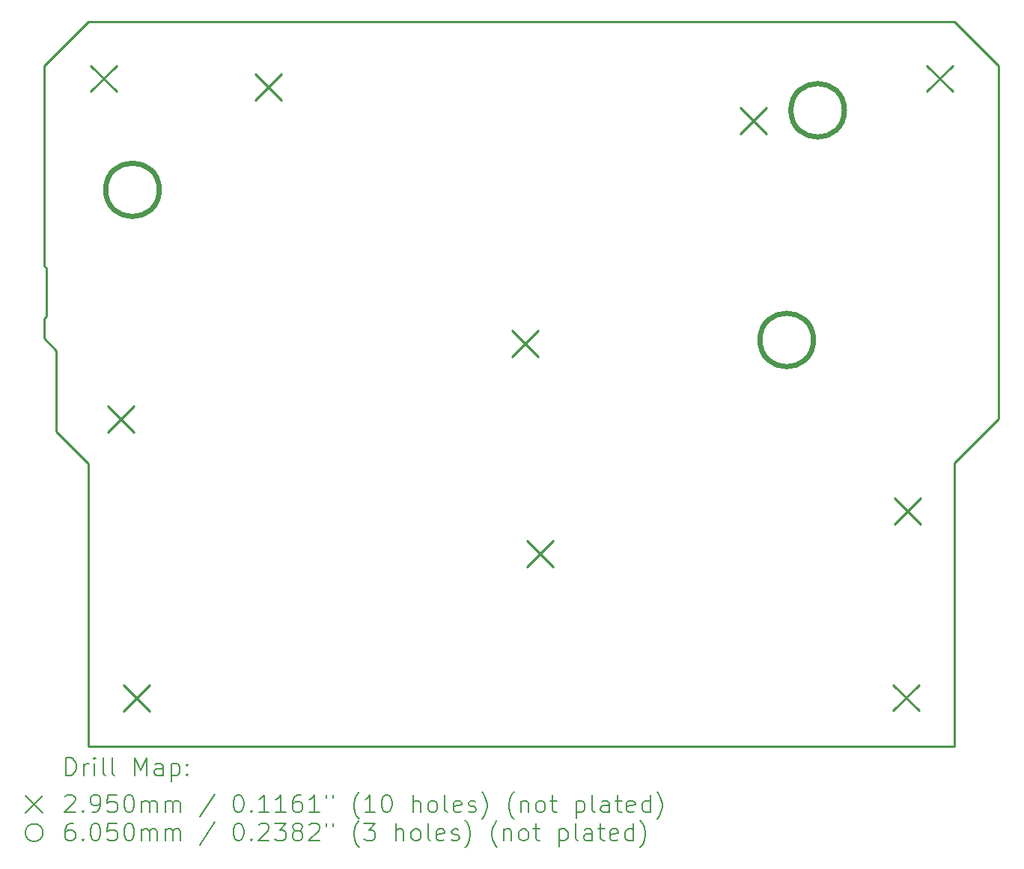
<source format=gbr>
%TF.GenerationSoftware,KiCad,Pcbnew,9.0.7*%
%TF.CreationDate,2026-02-04T16:31:09+00:00*%
%TF.ProjectId,FED3 tester - support,46454433-2074-4657-9374-6572202d2073,rev?*%
%TF.SameCoordinates,PX6146580PY6dc4960*%
%TF.FileFunction,Drillmap*%
%TF.FilePolarity,Positive*%
%FSLAX45Y45*%
G04 Gerber Fmt 4.5, Leading zero omitted, Abs format (unit mm)*
G04 Created by KiCad (PCBNEW 9.0.7) date 2026-02-04 16:31:09*
%MOMM*%
%LPD*%
G01*
G04 APERTURE LIST*
%ADD10C,0.250000*%
%ADD11C,0.200000*%
%ADD12C,0.295000*%
%ADD13C,0.605000*%
G04 APERTURE END LIST*
D10*
X-360000Y3565000D02*
X-360000Y4485000D01*
X9800000Y8205000D02*
X10300000Y7705000D01*
X-472000Y5417000D02*
X-500000Y5445000D01*
X-500000Y7705000D02*
X0Y8205000D01*
X-472000Y4873000D02*
X-472000Y5417000D01*
X-500000Y5445000D02*
X-500000Y7705000D01*
X3600000Y8205000D02*
X6200000Y8205000D01*
X-500000Y4845000D02*
X-472000Y4873000D01*
X9800000Y3210000D02*
X9800000Y0D01*
X10300000Y3710000D02*
X9800000Y3210000D01*
X0Y3205000D02*
X-360000Y3565000D01*
X0Y8205000D02*
X3600000Y8205000D01*
X-500000Y4625000D02*
X-500000Y4845000D01*
X10300000Y7705000D02*
X10300000Y3710000D01*
X9800000Y0D02*
X0Y0D01*
X0Y3205000D02*
X0Y0D01*
X-360000Y4485000D02*
X-500000Y4625000D01*
X6200000Y8205000D02*
X9800000Y8205000D01*
D11*
D12*
X27500Y7712500D02*
X322500Y7417500D01*
X322500Y7712500D02*
X27500Y7417500D01*
X222500Y3852500D02*
X517500Y3557500D01*
X517500Y3852500D02*
X222500Y3557500D01*
X402500Y697500D02*
X697500Y402500D01*
X697500Y697500D02*
X402500Y402500D01*
X1887500Y7612500D02*
X2182500Y7317500D01*
X2182500Y7612500D02*
X1887500Y7317500D01*
X4792610Y4712500D02*
X5087610Y4417500D01*
X5087610Y4712500D02*
X4792610Y4417500D01*
X4962500Y2332500D02*
X5257500Y2037500D01*
X5257500Y2332500D02*
X4962500Y2037500D01*
X7372500Y7237500D02*
X7667500Y6942500D01*
X7667500Y7237500D02*
X7372500Y6942500D01*
X9102500Y702500D02*
X9397500Y407500D01*
X9397500Y702500D02*
X9102500Y407500D01*
X9117500Y2812500D02*
X9412500Y2517500D01*
X9412500Y2812500D02*
X9117500Y2517500D01*
X9482500Y7712500D02*
X9777500Y7417500D01*
X9777500Y7712500D02*
X9482500Y7417500D01*
D13*
X802610Y6305000D02*
G75*
G02*
X197610Y6305000I-302500J0D01*
G01*
X197610Y6305000D02*
G75*
G02*
X802610Y6305000I302500J0D01*
G01*
X8202500Y4605000D02*
G75*
G02*
X7597500Y4605000I-302500J0D01*
G01*
X7597500Y4605000D02*
G75*
G02*
X8202500Y4605000I302500J0D01*
G01*
X8552500Y7205000D02*
G75*
G02*
X7947500Y7205000I-302500J0D01*
G01*
X7947500Y7205000D02*
G75*
G02*
X8552500Y7205000I302500J0D01*
G01*
D11*
X-251723Y-323984D02*
X-251723Y-123984D01*
X-251723Y-123984D02*
X-204104Y-123984D01*
X-204104Y-123984D02*
X-175533Y-133508D01*
X-175533Y-133508D02*
X-156485Y-152555D01*
X-156485Y-152555D02*
X-146961Y-171603D01*
X-146961Y-171603D02*
X-137438Y-209698D01*
X-137438Y-209698D02*
X-137438Y-238269D01*
X-137438Y-238269D02*
X-146961Y-276365D01*
X-146961Y-276365D02*
X-156485Y-295412D01*
X-156485Y-295412D02*
X-175533Y-314460D01*
X-175533Y-314460D02*
X-204104Y-323984D01*
X-204104Y-323984D02*
X-251723Y-323984D01*
X-51723Y-323984D02*
X-51723Y-190650D01*
X-51723Y-228746D02*
X-42199Y-209698D01*
X-42199Y-209698D02*
X-32676Y-200174D01*
X-32676Y-200174D02*
X-13628Y-190650D01*
X-13628Y-190650D02*
X5420Y-190650D01*
X72086Y-323984D02*
X72086Y-190650D01*
X72086Y-123984D02*
X62562Y-133508D01*
X62562Y-133508D02*
X72086Y-143031D01*
X72086Y-143031D02*
X81610Y-133508D01*
X81610Y-133508D02*
X72086Y-123984D01*
X72086Y-123984D02*
X72086Y-143031D01*
X195896Y-323984D02*
X176848Y-314460D01*
X176848Y-314460D02*
X167324Y-295412D01*
X167324Y-295412D02*
X167324Y-123984D01*
X300658Y-323984D02*
X281610Y-314460D01*
X281610Y-314460D02*
X272086Y-295412D01*
X272086Y-295412D02*
X272086Y-123984D01*
X529229Y-323984D02*
X529229Y-123984D01*
X529229Y-123984D02*
X595896Y-266841D01*
X595896Y-266841D02*
X662563Y-123984D01*
X662563Y-123984D02*
X662563Y-323984D01*
X843515Y-323984D02*
X843515Y-219222D01*
X843515Y-219222D02*
X833991Y-200174D01*
X833991Y-200174D02*
X814943Y-190650D01*
X814943Y-190650D02*
X776848Y-190650D01*
X776848Y-190650D02*
X757801Y-200174D01*
X843515Y-314460D02*
X824467Y-323984D01*
X824467Y-323984D02*
X776848Y-323984D01*
X776848Y-323984D02*
X757801Y-314460D01*
X757801Y-314460D02*
X748277Y-295412D01*
X748277Y-295412D02*
X748277Y-276365D01*
X748277Y-276365D02*
X757801Y-257317D01*
X757801Y-257317D02*
X776848Y-247793D01*
X776848Y-247793D02*
X824467Y-247793D01*
X824467Y-247793D02*
X843515Y-238269D01*
X938753Y-190650D02*
X938753Y-390650D01*
X938753Y-200174D02*
X957801Y-190650D01*
X957801Y-190650D02*
X995896Y-190650D01*
X995896Y-190650D02*
X1014943Y-200174D01*
X1014943Y-200174D02*
X1024467Y-209698D01*
X1024467Y-209698D02*
X1033991Y-228746D01*
X1033991Y-228746D02*
X1033991Y-285889D01*
X1033991Y-285889D02*
X1024467Y-304936D01*
X1024467Y-304936D02*
X1014943Y-314460D01*
X1014943Y-314460D02*
X995896Y-323984D01*
X995896Y-323984D02*
X957801Y-323984D01*
X957801Y-323984D02*
X938753Y-314460D01*
X1119705Y-304936D02*
X1129229Y-314460D01*
X1129229Y-314460D02*
X1119705Y-323984D01*
X1119705Y-323984D02*
X1110182Y-314460D01*
X1110182Y-314460D02*
X1119705Y-304936D01*
X1119705Y-304936D02*
X1119705Y-323984D01*
X1119705Y-200174D02*
X1129229Y-209698D01*
X1129229Y-209698D02*
X1119705Y-219222D01*
X1119705Y-219222D02*
X1110182Y-209698D01*
X1110182Y-209698D02*
X1119705Y-200174D01*
X1119705Y-200174D02*
X1119705Y-219222D01*
X-712500Y-552500D02*
X-512500Y-752500D01*
X-512500Y-552500D02*
X-712500Y-752500D01*
X-261247Y-563031D02*
X-251723Y-553508D01*
X-251723Y-553508D02*
X-232676Y-543984D01*
X-232676Y-543984D02*
X-185056Y-543984D01*
X-185056Y-543984D02*
X-166009Y-553508D01*
X-166009Y-553508D02*
X-156485Y-563031D01*
X-156485Y-563031D02*
X-146961Y-582079D01*
X-146961Y-582079D02*
X-146961Y-601127D01*
X-146961Y-601127D02*
X-156485Y-629698D01*
X-156485Y-629698D02*
X-270771Y-743984D01*
X-270771Y-743984D02*
X-146961Y-743984D01*
X-61247Y-724936D02*
X-51723Y-734460D01*
X-51723Y-734460D02*
X-61247Y-743984D01*
X-61247Y-743984D02*
X-70771Y-734460D01*
X-70771Y-734460D02*
X-61247Y-724936D01*
X-61247Y-724936D02*
X-61247Y-743984D01*
X43515Y-743984D02*
X81610Y-743984D01*
X81610Y-743984D02*
X100658Y-734460D01*
X100658Y-734460D02*
X110182Y-724936D01*
X110182Y-724936D02*
X129229Y-696365D01*
X129229Y-696365D02*
X138753Y-658270D01*
X138753Y-658270D02*
X138753Y-582079D01*
X138753Y-582079D02*
X129229Y-563031D01*
X129229Y-563031D02*
X119705Y-553508D01*
X119705Y-553508D02*
X100658Y-543984D01*
X100658Y-543984D02*
X62562Y-543984D01*
X62562Y-543984D02*
X43515Y-553508D01*
X43515Y-553508D02*
X33991Y-563031D01*
X33991Y-563031D02*
X24467Y-582079D01*
X24467Y-582079D02*
X24467Y-629698D01*
X24467Y-629698D02*
X33991Y-648746D01*
X33991Y-648746D02*
X43515Y-658270D01*
X43515Y-658270D02*
X62562Y-667793D01*
X62562Y-667793D02*
X100658Y-667793D01*
X100658Y-667793D02*
X119705Y-658270D01*
X119705Y-658270D02*
X129229Y-648746D01*
X129229Y-648746D02*
X138753Y-629698D01*
X319705Y-543984D02*
X224467Y-543984D01*
X224467Y-543984D02*
X214943Y-639222D01*
X214943Y-639222D02*
X224467Y-629698D01*
X224467Y-629698D02*
X243515Y-620174D01*
X243515Y-620174D02*
X291134Y-620174D01*
X291134Y-620174D02*
X310182Y-629698D01*
X310182Y-629698D02*
X319705Y-639222D01*
X319705Y-639222D02*
X329229Y-658270D01*
X329229Y-658270D02*
X329229Y-705888D01*
X329229Y-705888D02*
X319705Y-724936D01*
X319705Y-724936D02*
X310182Y-734460D01*
X310182Y-734460D02*
X291134Y-743984D01*
X291134Y-743984D02*
X243515Y-743984D01*
X243515Y-743984D02*
X224467Y-734460D01*
X224467Y-734460D02*
X214943Y-724936D01*
X453039Y-543984D02*
X472086Y-543984D01*
X472086Y-543984D02*
X491134Y-553508D01*
X491134Y-553508D02*
X500658Y-563031D01*
X500658Y-563031D02*
X510182Y-582079D01*
X510182Y-582079D02*
X519705Y-620174D01*
X519705Y-620174D02*
X519705Y-667793D01*
X519705Y-667793D02*
X510182Y-705888D01*
X510182Y-705888D02*
X500658Y-724936D01*
X500658Y-724936D02*
X491134Y-734460D01*
X491134Y-734460D02*
X472086Y-743984D01*
X472086Y-743984D02*
X453039Y-743984D01*
X453039Y-743984D02*
X433991Y-734460D01*
X433991Y-734460D02*
X424467Y-724936D01*
X424467Y-724936D02*
X414943Y-705888D01*
X414943Y-705888D02*
X405420Y-667793D01*
X405420Y-667793D02*
X405420Y-620174D01*
X405420Y-620174D02*
X414943Y-582079D01*
X414943Y-582079D02*
X424467Y-563031D01*
X424467Y-563031D02*
X433991Y-553508D01*
X433991Y-553508D02*
X453039Y-543984D01*
X605420Y-743984D02*
X605420Y-610650D01*
X605420Y-629698D02*
X614944Y-620174D01*
X614944Y-620174D02*
X633991Y-610650D01*
X633991Y-610650D02*
X662563Y-610650D01*
X662563Y-610650D02*
X681610Y-620174D01*
X681610Y-620174D02*
X691134Y-639222D01*
X691134Y-639222D02*
X691134Y-743984D01*
X691134Y-639222D02*
X700658Y-620174D01*
X700658Y-620174D02*
X719705Y-610650D01*
X719705Y-610650D02*
X748277Y-610650D01*
X748277Y-610650D02*
X767324Y-620174D01*
X767324Y-620174D02*
X776848Y-639222D01*
X776848Y-639222D02*
X776848Y-743984D01*
X872086Y-743984D02*
X872086Y-610650D01*
X872086Y-629698D02*
X881610Y-620174D01*
X881610Y-620174D02*
X900658Y-610650D01*
X900658Y-610650D02*
X929229Y-610650D01*
X929229Y-610650D02*
X948277Y-620174D01*
X948277Y-620174D02*
X957801Y-639222D01*
X957801Y-639222D02*
X957801Y-743984D01*
X957801Y-639222D02*
X967324Y-620174D01*
X967324Y-620174D02*
X986372Y-610650D01*
X986372Y-610650D02*
X1014943Y-610650D01*
X1014943Y-610650D02*
X1033991Y-620174D01*
X1033991Y-620174D02*
X1043515Y-639222D01*
X1043515Y-639222D02*
X1043515Y-743984D01*
X1433991Y-534460D02*
X1262563Y-791603D01*
X1691134Y-543984D02*
X1710182Y-543984D01*
X1710182Y-543984D02*
X1729229Y-553508D01*
X1729229Y-553508D02*
X1738753Y-563031D01*
X1738753Y-563031D02*
X1748277Y-582079D01*
X1748277Y-582079D02*
X1757801Y-620174D01*
X1757801Y-620174D02*
X1757801Y-667793D01*
X1757801Y-667793D02*
X1748277Y-705888D01*
X1748277Y-705888D02*
X1738753Y-724936D01*
X1738753Y-724936D02*
X1729229Y-734460D01*
X1729229Y-734460D02*
X1710182Y-743984D01*
X1710182Y-743984D02*
X1691134Y-743984D01*
X1691134Y-743984D02*
X1672086Y-734460D01*
X1672086Y-734460D02*
X1662563Y-724936D01*
X1662563Y-724936D02*
X1653039Y-705888D01*
X1653039Y-705888D02*
X1643515Y-667793D01*
X1643515Y-667793D02*
X1643515Y-620174D01*
X1643515Y-620174D02*
X1653039Y-582079D01*
X1653039Y-582079D02*
X1662563Y-563031D01*
X1662563Y-563031D02*
X1672086Y-553508D01*
X1672086Y-553508D02*
X1691134Y-543984D01*
X1843515Y-724936D02*
X1853039Y-734460D01*
X1853039Y-734460D02*
X1843515Y-743984D01*
X1843515Y-743984D02*
X1833991Y-734460D01*
X1833991Y-734460D02*
X1843515Y-724936D01*
X1843515Y-724936D02*
X1843515Y-743984D01*
X2043515Y-743984D02*
X1929229Y-743984D01*
X1986372Y-743984D02*
X1986372Y-543984D01*
X1986372Y-543984D02*
X1967325Y-572555D01*
X1967325Y-572555D02*
X1948277Y-591603D01*
X1948277Y-591603D02*
X1929229Y-601127D01*
X2233991Y-743984D02*
X2119706Y-743984D01*
X2176848Y-743984D02*
X2176848Y-543984D01*
X2176848Y-543984D02*
X2157801Y-572555D01*
X2157801Y-572555D02*
X2138753Y-591603D01*
X2138753Y-591603D02*
X2119706Y-601127D01*
X2405420Y-543984D02*
X2367325Y-543984D01*
X2367325Y-543984D02*
X2348277Y-553508D01*
X2348277Y-553508D02*
X2338753Y-563031D01*
X2338753Y-563031D02*
X2319706Y-591603D01*
X2319706Y-591603D02*
X2310182Y-629698D01*
X2310182Y-629698D02*
X2310182Y-705888D01*
X2310182Y-705888D02*
X2319706Y-724936D01*
X2319706Y-724936D02*
X2329229Y-734460D01*
X2329229Y-734460D02*
X2348277Y-743984D01*
X2348277Y-743984D02*
X2386372Y-743984D01*
X2386372Y-743984D02*
X2405420Y-734460D01*
X2405420Y-734460D02*
X2414944Y-724936D01*
X2414944Y-724936D02*
X2424468Y-705888D01*
X2424468Y-705888D02*
X2424468Y-658270D01*
X2424468Y-658270D02*
X2414944Y-639222D01*
X2414944Y-639222D02*
X2405420Y-629698D01*
X2405420Y-629698D02*
X2386372Y-620174D01*
X2386372Y-620174D02*
X2348277Y-620174D01*
X2348277Y-620174D02*
X2329229Y-629698D01*
X2329229Y-629698D02*
X2319706Y-639222D01*
X2319706Y-639222D02*
X2310182Y-658270D01*
X2614944Y-743984D02*
X2500658Y-743984D01*
X2557801Y-743984D02*
X2557801Y-543984D01*
X2557801Y-543984D02*
X2538753Y-572555D01*
X2538753Y-572555D02*
X2519706Y-591603D01*
X2519706Y-591603D02*
X2500658Y-601127D01*
X2691134Y-543984D02*
X2691134Y-582079D01*
X2767325Y-543984D02*
X2767325Y-582079D01*
X3062563Y-820174D02*
X3053039Y-810650D01*
X3053039Y-810650D02*
X3033991Y-782079D01*
X3033991Y-782079D02*
X3024468Y-763031D01*
X3024468Y-763031D02*
X3014944Y-734460D01*
X3014944Y-734460D02*
X3005420Y-686841D01*
X3005420Y-686841D02*
X3005420Y-648746D01*
X3005420Y-648746D02*
X3014944Y-601127D01*
X3014944Y-601127D02*
X3024468Y-572555D01*
X3024468Y-572555D02*
X3033991Y-553508D01*
X3033991Y-553508D02*
X3053039Y-524936D01*
X3053039Y-524936D02*
X3062563Y-515412D01*
X3243515Y-743984D02*
X3129229Y-743984D01*
X3186372Y-743984D02*
X3186372Y-543984D01*
X3186372Y-543984D02*
X3167325Y-572555D01*
X3167325Y-572555D02*
X3148277Y-591603D01*
X3148277Y-591603D02*
X3129229Y-601127D01*
X3367325Y-543984D02*
X3386372Y-543984D01*
X3386372Y-543984D02*
X3405420Y-553508D01*
X3405420Y-553508D02*
X3414944Y-563031D01*
X3414944Y-563031D02*
X3424468Y-582079D01*
X3424468Y-582079D02*
X3433991Y-620174D01*
X3433991Y-620174D02*
X3433991Y-667793D01*
X3433991Y-667793D02*
X3424468Y-705888D01*
X3424468Y-705888D02*
X3414944Y-724936D01*
X3414944Y-724936D02*
X3405420Y-734460D01*
X3405420Y-734460D02*
X3386372Y-743984D01*
X3386372Y-743984D02*
X3367325Y-743984D01*
X3367325Y-743984D02*
X3348277Y-734460D01*
X3348277Y-734460D02*
X3338753Y-724936D01*
X3338753Y-724936D02*
X3329229Y-705888D01*
X3329229Y-705888D02*
X3319706Y-667793D01*
X3319706Y-667793D02*
X3319706Y-620174D01*
X3319706Y-620174D02*
X3329229Y-582079D01*
X3329229Y-582079D02*
X3338753Y-563031D01*
X3338753Y-563031D02*
X3348277Y-553508D01*
X3348277Y-553508D02*
X3367325Y-543984D01*
X3672087Y-743984D02*
X3672087Y-543984D01*
X3757801Y-743984D02*
X3757801Y-639222D01*
X3757801Y-639222D02*
X3748277Y-620174D01*
X3748277Y-620174D02*
X3729230Y-610650D01*
X3729230Y-610650D02*
X3700658Y-610650D01*
X3700658Y-610650D02*
X3681610Y-620174D01*
X3681610Y-620174D02*
X3672087Y-629698D01*
X3881610Y-743984D02*
X3862563Y-734460D01*
X3862563Y-734460D02*
X3853039Y-724936D01*
X3853039Y-724936D02*
X3843515Y-705888D01*
X3843515Y-705888D02*
X3843515Y-648746D01*
X3843515Y-648746D02*
X3853039Y-629698D01*
X3853039Y-629698D02*
X3862563Y-620174D01*
X3862563Y-620174D02*
X3881610Y-610650D01*
X3881610Y-610650D02*
X3910182Y-610650D01*
X3910182Y-610650D02*
X3929230Y-620174D01*
X3929230Y-620174D02*
X3938753Y-629698D01*
X3938753Y-629698D02*
X3948277Y-648746D01*
X3948277Y-648746D02*
X3948277Y-705888D01*
X3948277Y-705888D02*
X3938753Y-724936D01*
X3938753Y-724936D02*
X3929230Y-734460D01*
X3929230Y-734460D02*
X3910182Y-743984D01*
X3910182Y-743984D02*
X3881610Y-743984D01*
X4062563Y-743984D02*
X4043515Y-734460D01*
X4043515Y-734460D02*
X4033991Y-715412D01*
X4033991Y-715412D02*
X4033991Y-543984D01*
X4214944Y-734460D02*
X4195896Y-743984D01*
X4195896Y-743984D02*
X4157801Y-743984D01*
X4157801Y-743984D02*
X4138753Y-734460D01*
X4138753Y-734460D02*
X4129230Y-715412D01*
X4129230Y-715412D02*
X4129230Y-639222D01*
X4129230Y-639222D02*
X4138753Y-620174D01*
X4138753Y-620174D02*
X4157801Y-610650D01*
X4157801Y-610650D02*
X4195896Y-610650D01*
X4195896Y-610650D02*
X4214944Y-620174D01*
X4214944Y-620174D02*
X4224468Y-639222D01*
X4224468Y-639222D02*
X4224468Y-658270D01*
X4224468Y-658270D02*
X4129230Y-677317D01*
X4300658Y-734460D02*
X4319706Y-743984D01*
X4319706Y-743984D02*
X4357801Y-743984D01*
X4357801Y-743984D02*
X4376849Y-734460D01*
X4376849Y-734460D02*
X4386373Y-715412D01*
X4386373Y-715412D02*
X4386373Y-705888D01*
X4386373Y-705888D02*
X4376849Y-686841D01*
X4376849Y-686841D02*
X4357801Y-677317D01*
X4357801Y-677317D02*
X4329230Y-677317D01*
X4329230Y-677317D02*
X4310182Y-667793D01*
X4310182Y-667793D02*
X4300658Y-648746D01*
X4300658Y-648746D02*
X4300658Y-639222D01*
X4300658Y-639222D02*
X4310182Y-620174D01*
X4310182Y-620174D02*
X4329230Y-610650D01*
X4329230Y-610650D02*
X4357801Y-610650D01*
X4357801Y-610650D02*
X4376849Y-620174D01*
X4453039Y-820174D02*
X4462563Y-810650D01*
X4462563Y-810650D02*
X4481611Y-782079D01*
X4481611Y-782079D02*
X4491134Y-763031D01*
X4491134Y-763031D02*
X4500658Y-734460D01*
X4500658Y-734460D02*
X4510182Y-686841D01*
X4510182Y-686841D02*
X4510182Y-648746D01*
X4510182Y-648746D02*
X4500658Y-601127D01*
X4500658Y-601127D02*
X4491134Y-572555D01*
X4491134Y-572555D02*
X4481611Y-553508D01*
X4481611Y-553508D02*
X4462563Y-524936D01*
X4462563Y-524936D02*
X4453039Y-515412D01*
X4814944Y-820174D02*
X4805420Y-810650D01*
X4805420Y-810650D02*
X4786373Y-782079D01*
X4786373Y-782079D02*
X4776849Y-763031D01*
X4776849Y-763031D02*
X4767325Y-734460D01*
X4767325Y-734460D02*
X4757801Y-686841D01*
X4757801Y-686841D02*
X4757801Y-648746D01*
X4757801Y-648746D02*
X4767325Y-601127D01*
X4767325Y-601127D02*
X4776849Y-572555D01*
X4776849Y-572555D02*
X4786373Y-553508D01*
X4786373Y-553508D02*
X4805420Y-524936D01*
X4805420Y-524936D02*
X4814944Y-515412D01*
X4891134Y-610650D02*
X4891134Y-743984D01*
X4891134Y-629698D02*
X4900658Y-620174D01*
X4900658Y-620174D02*
X4919706Y-610650D01*
X4919706Y-610650D02*
X4948277Y-610650D01*
X4948277Y-610650D02*
X4967325Y-620174D01*
X4967325Y-620174D02*
X4976849Y-639222D01*
X4976849Y-639222D02*
X4976849Y-743984D01*
X5100658Y-743984D02*
X5081611Y-734460D01*
X5081611Y-734460D02*
X5072087Y-724936D01*
X5072087Y-724936D02*
X5062563Y-705888D01*
X5062563Y-705888D02*
X5062563Y-648746D01*
X5062563Y-648746D02*
X5072087Y-629698D01*
X5072087Y-629698D02*
X5081611Y-620174D01*
X5081611Y-620174D02*
X5100658Y-610650D01*
X5100658Y-610650D02*
X5129230Y-610650D01*
X5129230Y-610650D02*
X5148277Y-620174D01*
X5148277Y-620174D02*
X5157801Y-629698D01*
X5157801Y-629698D02*
X5167325Y-648746D01*
X5167325Y-648746D02*
X5167325Y-705888D01*
X5167325Y-705888D02*
X5157801Y-724936D01*
X5157801Y-724936D02*
X5148277Y-734460D01*
X5148277Y-734460D02*
X5129230Y-743984D01*
X5129230Y-743984D02*
X5100658Y-743984D01*
X5224468Y-610650D02*
X5300658Y-610650D01*
X5253039Y-543984D02*
X5253039Y-715412D01*
X5253039Y-715412D02*
X5262563Y-734460D01*
X5262563Y-734460D02*
X5281611Y-743984D01*
X5281611Y-743984D02*
X5300658Y-743984D01*
X5519706Y-610650D02*
X5519706Y-810650D01*
X5519706Y-620174D02*
X5538754Y-610650D01*
X5538754Y-610650D02*
X5576849Y-610650D01*
X5576849Y-610650D02*
X5595896Y-620174D01*
X5595896Y-620174D02*
X5605420Y-629698D01*
X5605420Y-629698D02*
X5614944Y-648746D01*
X5614944Y-648746D02*
X5614944Y-705888D01*
X5614944Y-705888D02*
X5605420Y-724936D01*
X5605420Y-724936D02*
X5595896Y-734460D01*
X5595896Y-734460D02*
X5576849Y-743984D01*
X5576849Y-743984D02*
X5538754Y-743984D01*
X5538754Y-743984D02*
X5519706Y-734460D01*
X5729230Y-743984D02*
X5710182Y-734460D01*
X5710182Y-734460D02*
X5700658Y-715412D01*
X5700658Y-715412D02*
X5700658Y-543984D01*
X5891134Y-743984D02*
X5891134Y-639222D01*
X5891134Y-639222D02*
X5881611Y-620174D01*
X5881611Y-620174D02*
X5862563Y-610650D01*
X5862563Y-610650D02*
X5824468Y-610650D01*
X5824468Y-610650D02*
X5805420Y-620174D01*
X5891134Y-734460D02*
X5872087Y-743984D01*
X5872087Y-743984D02*
X5824468Y-743984D01*
X5824468Y-743984D02*
X5805420Y-734460D01*
X5805420Y-734460D02*
X5795896Y-715412D01*
X5795896Y-715412D02*
X5795896Y-696365D01*
X5795896Y-696365D02*
X5805420Y-677317D01*
X5805420Y-677317D02*
X5824468Y-667793D01*
X5824468Y-667793D02*
X5872087Y-667793D01*
X5872087Y-667793D02*
X5891134Y-658270D01*
X5957801Y-610650D02*
X6033992Y-610650D01*
X5986373Y-543984D02*
X5986373Y-715412D01*
X5986373Y-715412D02*
X5995896Y-734460D01*
X5995896Y-734460D02*
X6014944Y-743984D01*
X6014944Y-743984D02*
X6033992Y-743984D01*
X6176849Y-734460D02*
X6157801Y-743984D01*
X6157801Y-743984D02*
X6119706Y-743984D01*
X6119706Y-743984D02*
X6100658Y-734460D01*
X6100658Y-734460D02*
X6091134Y-715412D01*
X6091134Y-715412D02*
X6091134Y-639222D01*
X6091134Y-639222D02*
X6100658Y-620174D01*
X6100658Y-620174D02*
X6119706Y-610650D01*
X6119706Y-610650D02*
X6157801Y-610650D01*
X6157801Y-610650D02*
X6176849Y-620174D01*
X6176849Y-620174D02*
X6186373Y-639222D01*
X6186373Y-639222D02*
X6186373Y-658270D01*
X6186373Y-658270D02*
X6091134Y-677317D01*
X6357801Y-743984D02*
X6357801Y-543984D01*
X6357801Y-734460D02*
X6338754Y-743984D01*
X6338754Y-743984D02*
X6300658Y-743984D01*
X6300658Y-743984D02*
X6281611Y-734460D01*
X6281611Y-734460D02*
X6272087Y-724936D01*
X6272087Y-724936D02*
X6262563Y-705888D01*
X6262563Y-705888D02*
X6262563Y-648746D01*
X6262563Y-648746D02*
X6272087Y-629698D01*
X6272087Y-629698D02*
X6281611Y-620174D01*
X6281611Y-620174D02*
X6300658Y-610650D01*
X6300658Y-610650D02*
X6338754Y-610650D01*
X6338754Y-610650D02*
X6357801Y-620174D01*
X6433992Y-820174D02*
X6443515Y-810650D01*
X6443515Y-810650D02*
X6462563Y-782079D01*
X6462563Y-782079D02*
X6472087Y-763031D01*
X6472087Y-763031D02*
X6481611Y-734460D01*
X6481611Y-734460D02*
X6491134Y-686841D01*
X6491134Y-686841D02*
X6491134Y-648746D01*
X6491134Y-648746D02*
X6481611Y-601127D01*
X6481611Y-601127D02*
X6472087Y-572555D01*
X6472087Y-572555D02*
X6462563Y-553508D01*
X6462563Y-553508D02*
X6443515Y-524936D01*
X6443515Y-524936D02*
X6433992Y-515412D01*
X-512500Y-972500D02*
G75*
G02*
X-712500Y-972500I-100000J0D01*
G01*
X-712500Y-972500D02*
G75*
G02*
X-512500Y-972500I100000J0D01*
G01*
X-166009Y-863984D02*
X-204104Y-863984D01*
X-204104Y-863984D02*
X-223152Y-873508D01*
X-223152Y-873508D02*
X-232676Y-883031D01*
X-232676Y-883031D02*
X-251723Y-911603D01*
X-251723Y-911603D02*
X-261247Y-949698D01*
X-261247Y-949698D02*
X-261247Y-1025888D01*
X-261247Y-1025888D02*
X-251723Y-1044936D01*
X-251723Y-1044936D02*
X-242199Y-1054460D01*
X-242199Y-1054460D02*
X-223152Y-1063984D01*
X-223152Y-1063984D02*
X-185056Y-1063984D01*
X-185056Y-1063984D02*
X-166009Y-1054460D01*
X-166009Y-1054460D02*
X-156485Y-1044936D01*
X-156485Y-1044936D02*
X-146961Y-1025888D01*
X-146961Y-1025888D02*
X-146961Y-978269D01*
X-146961Y-978269D02*
X-156485Y-959222D01*
X-156485Y-959222D02*
X-166009Y-949698D01*
X-166009Y-949698D02*
X-185056Y-940174D01*
X-185056Y-940174D02*
X-223152Y-940174D01*
X-223152Y-940174D02*
X-242199Y-949698D01*
X-242199Y-949698D02*
X-251723Y-959222D01*
X-251723Y-959222D02*
X-261247Y-978269D01*
X-61247Y-1044936D02*
X-51723Y-1054460D01*
X-51723Y-1054460D02*
X-61247Y-1063984D01*
X-61247Y-1063984D02*
X-70771Y-1054460D01*
X-70771Y-1054460D02*
X-61247Y-1044936D01*
X-61247Y-1044936D02*
X-61247Y-1063984D01*
X72086Y-863984D02*
X91134Y-863984D01*
X91134Y-863984D02*
X110182Y-873508D01*
X110182Y-873508D02*
X119705Y-883031D01*
X119705Y-883031D02*
X129229Y-902079D01*
X129229Y-902079D02*
X138753Y-940174D01*
X138753Y-940174D02*
X138753Y-987793D01*
X138753Y-987793D02*
X129229Y-1025888D01*
X129229Y-1025888D02*
X119705Y-1044936D01*
X119705Y-1044936D02*
X110182Y-1054460D01*
X110182Y-1054460D02*
X91134Y-1063984D01*
X91134Y-1063984D02*
X72086Y-1063984D01*
X72086Y-1063984D02*
X53039Y-1054460D01*
X53039Y-1054460D02*
X43515Y-1044936D01*
X43515Y-1044936D02*
X33991Y-1025888D01*
X33991Y-1025888D02*
X24467Y-987793D01*
X24467Y-987793D02*
X24467Y-940174D01*
X24467Y-940174D02*
X33991Y-902079D01*
X33991Y-902079D02*
X43515Y-883031D01*
X43515Y-883031D02*
X53039Y-873508D01*
X53039Y-873508D02*
X72086Y-863984D01*
X319705Y-863984D02*
X224467Y-863984D01*
X224467Y-863984D02*
X214943Y-959222D01*
X214943Y-959222D02*
X224467Y-949698D01*
X224467Y-949698D02*
X243515Y-940174D01*
X243515Y-940174D02*
X291134Y-940174D01*
X291134Y-940174D02*
X310182Y-949698D01*
X310182Y-949698D02*
X319705Y-959222D01*
X319705Y-959222D02*
X329229Y-978269D01*
X329229Y-978269D02*
X329229Y-1025888D01*
X329229Y-1025888D02*
X319705Y-1044936D01*
X319705Y-1044936D02*
X310182Y-1054460D01*
X310182Y-1054460D02*
X291134Y-1063984D01*
X291134Y-1063984D02*
X243515Y-1063984D01*
X243515Y-1063984D02*
X224467Y-1054460D01*
X224467Y-1054460D02*
X214943Y-1044936D01*
X453039Y-863984D02*
X472086Y-863984D01*
X472086Y-863984D02*
X491134Y-873508D01*
X491134Y-873508D02*
X500658Y-883031D01*
X500658Y-883031D02*
X510182Y-902079D01*
X510182Y-902079D02*
X519705Y-940174D01*
X519705Y-940174D02*
X519705Y-987793D01*
X519705Y-987793D02*
X510182Y-1025888D01*
X510182Y-1025888D02*
X500658Y-1044936D01*
X500658Y-1044936D02*
X491134Y-1054460D01*
X491134Y-1054460D02*
X472086Y-1063984D01*
X472086Y-1063984D02*
X453039Y-1063984D01*
X453039Y-1063984D02*
X433991Y-1054460D01*
X433991Y-1054460D02*
X424467Y-1044936D01*
X424467Y-1044936D02*
X414943Y-1025888D01*
X414943Y-1025888D02*
X405420Y-987793D01*
X405420Y-987793D02*
X405420Y-940174D01*
X405420Y-940174D02*
X414943Y-902079D01*
X414943Y-902079D02*
X424467Y-883031D01*
X424467Y-883031D02*
X433991Y-873508D01*
X433991Y-873508D02*
X453039Y-863984D01*
X605420Y-1063984D02*
X605420Y-930650D01*
X605420Y-949698D02*
X614944Y-940174D01*
X614944Y-940174D02*
X633991Y-930650D01*
X633991Y-930650D02*
X662563Y-930650D01*
X662563Y-930650D02*
X681610Y-940174D01*
X681610Y-940174D02*
X691134Y-959222D01*
X691134Y-959222D02*
X691134Y-1063984D01*
X691134Y-959222D02*
X700658Y-940174D01*
X700658Y-940174D02*
X719705Y-930650D01*
X719705Y-930650D02*
X748277Y-930650D01*
X748277Y-930650D02*
X767324Y-940174D01*
X767324Y-940174D02*
X776848Y-959222D01*
X776848Y-959222D02*
X776848Y-1063984D01*
X872086Y-1063984D02*
X872086Y-930650D01*
X872086Y-949698D02*
X881610Y-940174D01*
X881610Y-940174D02*
X900658Y-930650D01*
X900658Y-930650D02*
X929229Y-930650D01*
X929229Y-930650D02*
X948277Y-940174D01*
X948277Y-940174D02*
X957801Y-959222D01*
X957801Y-959222D02*
X957801Y-1063984D01*
X957801Y-959222D02*
X967324Y-940174D01*
X967324Y-940174D02*
X986372Y-930650D01*
X986372Y-930650D02*
X1014943Y-930650D01*
X1014943Y-930650D02*
X1033991Y-940174D01*
X1033991Y-940174D02*
X1043515Y-959222D01*
X1043515Y-959222D02*
X1043515Y-1063984D01*
X1433991Y-854460D02*
X1262563Y-1111603D01*
X1691134Y-863984D02*
X1710182Y-863984D01*
X1710182Y-863984D02*
X1729229Y-873508D01*
X1729229Y-873508D02*
X1738753Y-883031D01*
X1738753Y-883031D02*
X1748277Y-902079D01*
X1748277Y-902079D02*
X1757801Y-940174D01*
X1757801Y-940174D02*
X1757801Y-987793D01*
X1757801Y-987793D02*
X1748277Y-1025888D01*
X1748277Y-1025888D02*
X1738753Y-1044936D01*
X1738753Y-1044936D02*
X1729229Y-1054460D01*
X1729229Y-1054460D02*
X1710182Y-1063984D01*
X1710182Y-1063984D02*
X1691134Y-1063984D01*
X1691134Y-1063984D02*
X1672086Y-1054460D01*
X1672086Y-1054460D02*
X1662563Y-1044936D01*
X1662563Y-1044936D02*
X1653039Y-1025888D01*
X1653039Y-1025888D02*
X1643515Y-987793D01*
X1643515Y-987793D02*
X1643515Y-940174D01*
X1643515Y-940174D02*
X1653039Y-902079D01*
X1653039Y-902079D02*
X1662563Y-883031D01*
X1662563Y-883031D02*
X1672086Y-873508D01*
X1672086Y-873508D02*
X1691134Y-863984D01*
X1843515Y-1044936D02*
X1853039Y-1054460D01*
X1853039Y-1054460D02*
X1843515Y-1063984D01*
X1843515Y-1063984D02*
X1833991Y-1054460D01*
X1833991Y-1054460D02*
X1843515Y-1044936D01*
X1843515Y-1044936D02*
X1843515Y-1063984D01*
X1929229Y-883031D02*
X1938753Y-873508D01*
X1938753Y-873508D02*
X1957801Y-863984D01*
X1957801Y-863984D02*
X2005420Y-863984D01*
X2005420Y-863984D02*
X2024467Y-873508D01*
X2024467Y-873508D02*
X2033991Y-883031D01*
X2033991Y-883031D02*
X2043515Y-902079D01*
X2043515Y-902079D02*
X2043515Y-921127D01*
X2043515Y-921127D02*
X2033991Y-949698D01*
X2033991Y-949698D02*
X1919706Y-1063984D01*
X1919706Y-1063984D02*
X2043515Y-1063984D01*
X2110182Y-863984D02*
X2233991Y-863984D01*
X2233991Y-863984D02*
X2167325Y-940174D01*
X2167325Y-940174D02*
X2195896Y-940174D01*
X2195896Y-940174D02*
X2214944Y-949698D01*
X2214944Y-949698D02*
X2224468Y-959222D01*
X2224468Y-959222D02*
X2233991Y-978269D01*
X2233991Y-978269D02*
X2233991Y-1025888D01*
X2233991Y-1025888D02*
X2224468Y-1044936D01*
X2224468Y-1044936D02*
X2214944Y-1054460D01*
X2214944Y-1054460D02*
X2195896Y-1063984D01*
X2195896Y-1063984D02*
X2138753Y-1063984D01*
X2138753Y-1063984D02*
X2119706Y-1054460D01*
X2119706Y-1054460D02*
X2110182Y-1044936D01*
X2348277Y-949698D02*
X2329229Y-940174D01*
X2329229Y-940174D02*
X2319706Y-930650D01*
X2319706Y-930650D02*
X2310182Y-911603D01*
X2310182Y-911603D02*
X2310182Y-902079D01*
X2310182Y-902079D02*
X2319706Y-883031D01*
X2319706Y-883031D02*
X2329229Y-873508D01*
X2329229Y-873508D02*
X2348277Y-863984D01*
X2348277Y-863984D02*
X2386372Y-863984D01*
X2386372Y-863984D02*
X2405420Y-873508D01*
X2405420Y-873508D02*
X2414944Y-883031D01*
X2414944Y-883031D02*
X2424468Y-902079D01*
X2424468Y-902079D02*
X2424468Y-911603D01*
X2424468Y-911603D02*
X2414944Y-930650D01*
X2414944Y-930650D02*
X2405420Y-940174D01*
X2405420Y-940174D02*
X2386372Y-949698D01*
X2386372Y-949698D02*
X2348277Y-949698D01*
X2348277Y-949698D02*
X2329229Y-959222D01*
X2329229Y-959222D02*
X2319706Y-968746D01*
X2319706Y-968746D02*
X2310182Y-987793D01*
X2310182Y-987793D02*
X2310182Y-1025888D01*
X2310182Y-1025888D02*
X2319706Y-1044936D01*
X2319706Y-1044936D02*
X2329229Y-1054460D01*
X2329229Y-1054460D02*
X2348277Y-1063984D01*
X2348277Y-1063984D02*
X2386372Y-1063984D01*
X2386372Y-1063984D02*
X2405420Y-1054460D01*
X2405420Y-1054460D02*
X2414944Y-1044936D01*
X2414944Y-1044936D02*
X2424468Y-1025888D01*
X2424468Y-1025888D02*
X2424468Y-987793D01*
X2424468Y-987793D02*
X2414944Y-968746D01*
X2414944Y-968746D02*
X2405420Y-959222D01*
X2405420Y-959222D02*
X2386372Y-949698D01*
X2500658Y-883031D02*
X2510182Y-873508D01*
X2510182Y-873508D02*
X2529229Y-863984D01*
X2529229Y-863984D02*
X2576849Y-863984D01*
X2576849Y-863984D02*
X2595896Y-873508D01*
X2595896Y-873508D02*
X2605420Y-883031D01*
X2605420Y-883031D02*
X2614944Y-902079D01*
X2614944Y-902079D02*
X2614944Y-921127D01*
X2614944Y-921127D02*
X2605420Y-949698D01*
X2605420Y-949698D02*
X2491134Y-1063984D01*
X2491134Y-1063984D02*
X2614944Y-1063984D01*
X2691134Y-863984D02*
X2691134Y-902079D01*
X2767325Y-863984D02*
X2767325Y-902079D01*
X3062563Y-1140174D02*
X3053039Y-1130650D01*
X3053039Y-1130650D02*
X3033991Y-1102079D01*
X3033991Y-1102079D02*
X3024468Y-1083031D01*
X3024468Y-1083031D02*
X3014944Y-1054460D01*
X3014944Y-1054460D02*
X3005420Y-1006841D01*
X3005420Y-1006841D02*
X3005420Y-968746D01*
X3005420Y-968746D02*
X3014944Y-921127D01*
X3014944Y-921127D02*
X3024468Y-892555D01*
X3024468Y-892555D02*
X3033991Y-873508D01*
X3033991Y-873508D02*
X3053039Y-844936D01*
X3053039Y-844936D02*
X3062563Y-835412D01*
X3119706Y-863984D02*
X3243515Y-863984D01*
X3243515Y-863984D02*
X3176848Y-940174D01*
X3176848Y-940174D02*
X3205420Y-940174D01*
X3205420Y-940174D02*
X3224468Y-949698D01*
X3224468Y-949698D02*
X3233991Y-959222D01*
X3233991Y-959222D02*
X3243515Y-978269D01*
X3243515Y-978269D02*
X3243515Y-1025888D01*
X3243515Y-1025888D02*
X3233991Y-1044936D01*
X3233991Y-1044936D02*
X3224468Y-1054460D01*
X3224468Y-1054460D02*
X3205420Y-1063984D01*
X3205420Y-1063984D02*
X3148277Y-1063984D01*
X3148277Y-1063984D02*
X3129229Y-1054460D01*
X3129229Y-1054460D02*
X3119706Y-1044936D01*
X3481610Y-1063984D02*
X3481610Y-863984D01*
X3567325Y-1063984D02*
X3567325Y-959222D01*
X3567325Y-959222D02*
X3557801Y-940174D01*
X3557801Y-940174D02*
X3538753Y-930650D01*
X3538753Y-930650D02*
X3510182Y-930650D01*
X3510182Y-930650D02*
X3491134Y-940174D01*
X3491134Y-940174D02*
X3481610Y-949698D01*
X3691134Y-1063984D02*
X3672087Y-1054460D01*
X3672087Y-1054460D02*
X3662563Y-1044936D01*
X3662563Y-1044936D02*
X3653039Y-1025888D01*
X3653039Y-1025888D02*
X3653039Y-968746D01*
X3653039Y-968746D02*
X3662563Y-949698D01*
X3662563Y-949698D02*
X3672087Y-940174D01*
X3672087Y-940174D02*
X3691134Y-930650D01*
X3691134Y-930650D02*
X3719706Y-930650D01*
X3719706Y-930650D02*
X3738753Y-940174D01*
X3738753Y-940174D02*
X3748277Y-949698D01*
X3748277Y-949698D02*
X3757801Y-968746D01*
X3757801Y-968746D02*
X3757801Y-1025888D01*
X3757801Y-1025888D02*
X3748277Y-1044936D01*
X3748277Y-1044936D02*
X3738753Y-1054460D01*
X3738753Y-1054460D02*
X3719706Y-1063984D01*
X3719706Y-1063984D02*
X3691134Y-1063984D01*
X3872087Y-1063984D02*
X3853039Y-1054460D01*
X3853039Y-1054460D02*
X3843515Y-1035412D01*
X3843515Y-1035412D02*
X3843515Y-863984D01*
X4024468Y-1054460D02*
X4005420Y-1063984D01*
X4005420Y-1063984D02*
X3967325Y-1063984D01*
X3967325Y-1063984D02*
X3948277Y-1054460D01*
X3948277Y-1054460D02*
X3938753Y-1035412D01*
X3938753Y-1035412D02*
X3938753Y-959222D01*
X3938753Y-959222D02*
X3948277Y-940174D01*
X3948277Y-940174D02*
X3967325Y-930650D01*
X3967325Y-930650D02*
X4005420Y-930650D01*
X4005420Y-930650D02*
X4024468Y-940174D01*
X4024468Y-940174D02*
X4033991Y-959222D01*
X4033991Y-959222D02*
X4033991Y-978269D01*
X4033991Y-978269D02*
X3938753Y-997317D01*
X4110182Y-1054460D02*
X4129230Y-1063984D01*
X4129230Y-1063984D02*
X4167325Y-1063984D01*
X4167325Y-1063984D02*
X4186372Y-1054460D01*
X4186372Y-1054460D02*
X4195896Y-1035412D01*
X4195896Y-1035412D02*
X4195896Y-1025888D01*
X4195896Y-1025888D02*
X4186372Y-1006841D01*
X4186372Y-1006841D02*
X4167325Y-997317D01*
X4167325Y-997317D02*
X4138753Y-997317D01*
X4138753Y-997317D02*
X4119706Y-987793D01*
X4119706Y-987793D02*
X4110182Y-968746D01*
X4110182Y-968746D02*
X4110182Y-959222D01*
X4110182Y-959222D02*
X4119706Y-940174D01*
X4119706Y-940174D02*
X4138753Y-930650D01*
X4138753Y-930650D02*
X4167325Y-930650D01*
X4167325Y-930650D02*
X4186372Y-940174D01*
X4262563Y-1140174D02*
X4272087Y-1130650D01*
X4272087Y-1130650D02*
X4291134Y-1102079D01*
X4291134Y-1102079D02*
X4300658Y-1083031D01*
X4300658Y-1083031D02*
X4310182Y-1054460D01*
X4310182Y-1054460D02*
X4319706Y-1006841D01*
X4319706Y-1006841D02*
X4319706Y-968746D01*
X4319706Y-968746D02*
X4310182Y-921127D01*
X4310182Y-921127D02*
X4300658Y-892555D01*
X4300658Y-892555D02*
X4291134Y-873508D01*
X4291134Y-873508D02*
X4272087Y-844936D01*
X4272087Y-844936D02*
X4262563Y-835412D01*
X4624468Y-1140174D02*
X4614944Y-1130650D01*
X4614944Y-1130650D02*
X4595896Y-1102079D01*
X4595896Y-1102079D02*
X4586373Y-1083031D01*
X4586373Y-1083031D02*
X4576849Y-1054460D01*
X4576849Y-1054460D02*
X4567325Y-1006841D01*
X4567325Y-1006841D02*
X4567325Y-968746D01*
X4567325Y-968746D02*
X4576849Y-921127D01*
X4576849Y-921127D02*
X4586373Y-892555D01*
X4586373Y-892555D02*
X4595896Y-873508D01*
X4595896Y-873508D02*
X4614944Y-844936D01*
X4614944Y-844936D02*
X4624468Y-835412D01*
X4700658Y-930650D02*
X4700658Y-1063984D01*
X4700658Y-949698D02*
X4710182Y-940174D01*
X4710182Y-940174D02*
X4729230Y-930650D01*
X4729230Y-930650D02*
X4757801Y-930650D01*
X4757801Y-930650D02*
X4776849Y-940174D01*
X4776849Y-940174D02*
X4786373Y-959222D01*
X4786373Y-959222D02*
X4786373Y-1063984D01*
X4910182Y-1063984D02*
X4891134Y-1054460D01*
X4891134Y-1054460D02*
X4881611Y-1044936D01*
X4881611Y-1044936D02*
X4872087Y-1025888D01*
X4872087Y-1025888D02*
X4872087Y-968746D01*
X4872087Y-968746D02*
X4881611Y-949698D01*
X4881611Y-949698D02*
X4891134Y-940174D01*
X4891134Y-940174D02*
X4910182Y-930650D01*
X4910182Y-930650D02*
X4938754Y-930650D01*
X4938754Y-930650D02*
X4957801Y-940174D01*
X4957801Y-940174D02*
X4967325Y-949698D01*
X4967325Y-949698D02*
X4976849Y-968746D01*
X4976849Y-968746D02*
X4976849Y-1025888D01*
X4976849Y-1025888D02*
X4967325Y-1044936D01*
X4967325Y-1044936D02*
X4957801Y-1054460D01*
X4957801Y-1054460D02*
X4938754Y-1063984D01*
X4938754Y-1063984D02*
X4910182Y-1063984D01*
X5033992Y-930650D02*
X5110182Y-930650D01*
X5062563Y-863984D02*
X5062563Y-1035412D01*
X5062563Y-1035412D02*
X5072087Y-1054460D01*
X5072087Y-1054460D02*
X5091134Y-1063984D01*
X5091134Y-1063984D02*
X5110182Y-1063984D01*
X5329230Y-930650D02*
X5329230Y-1130650D01*
X5329230Y-940174D02*
X5348277Y-930650D01*
X5348277Y-930650D02*
X5386373Y-930650D01*
X5386373Y-930650D02*
X5405420Y-940174D01*
X5405420Y-940174D02*
X5414944Y-949698D01*
X5414944Y-949698D02*
X5424468Y-968746D01*
X5424468Y-968746D02*
X5424468Y-1025888D01*
X5424468Y-1025888D02*
X5414944Y-1044936D01*
X5414944Y-1044936D02*
X5405420Y-1054460D01*
X5405420Y-1054460D02*
X5386373Y-1063984D01*
X5386373Y-1063984D02*
X5348277Y-1063984D01*
X5348277Y-1063984D02*
X5329230Y-1054460D01*
X5538754Y-1063984D02*
X5519706Y-1054460D01*
X5519706Y-1054460D02*
X5510182Y-1035412D01*
X5510182Y-1035412D02*
X5510182Y-863984D01*
X5700658Y-1063984D02*
X5700658Y-959222D01*
X5700658Y-959222D02*
X5691134Y-940174D01*
X5691134Y-940174D02*
X5672087Y-930650D01*
X5672087Y-930650D02*
X5633992Y-930650D01*
X5633992Y-930650D02*
X5614944Y-940174D01*
X5700658Y-1054460D02*
X5681611Y-1063984D01*
X5681611Y-1063984D02*
X5633992Y-1063984D01*
X5633992Y-1063984D02*
X5614944Y-1054460D01*
X5614944Y-1054460D02*
X5605420Y-1035412D01*
X5605420Y-1035412D02*
X5605420Y-1016365D01*
X5605420Y-1016365D02*
X5614944Y-997317D01*
X5614944Y-997317D02*
X5633992Y-987793D01*
X5633992Y-987793D02*
X5681611Y-987793D01*
X5681611Y-987793D02*
X5700658Y-978269D01*
X5767325Y-930650D02*
X5843515Y-930650D01*
X5795896Y-863984D02*
X5795896Y-1035412D01*
X5795896Y-1035412D02*
X5805420Y-1054460D01*
X5805420Y-1054460D02*
X5824468Y-1063984D01*
X5824468Y-1063984D02*
X5843515Y-1063984D01*
X5986373Y-1054460D02*
X5967325Y-1063984D01*
X5967325Y-1063984D02*
X5929230Y-1063984D01*
X5929230Y-1063984D02*
X5910182Y-1054460D01*
X5910182Y-1054460D02*
X5900658Y-1035412D01*
X5900658Y-1035412D02*
X5900658Y-959222D01*
X5900658Y-959222D02*
X5910182Y-940174D01*
X5910182Y-940174D02*
X5929230Y-930650D01*
X5929230Y-930650D02*
X5967325Y-930650D01*
X5967325Y-930650D02*
X5986373Y-940174D01*
X5986373Y-940174D02*
X5995896Y-959222D01*
X5995896Y-959222D02*
X5995896Y-978269D01*
X5995896Y-978269D02*
X5900658Y-997317D01*
X6167325Y-1063984D02*
X6167325Y-863984D01*
X6167325Y-1054460D02*
X6148277Y-1063984D01*
X6148277Y-1063984D02*
X6110182Y-1063984D01*
X6110182Y-1063984D02*
X6091134Y-1054460D01*
X6091134Y-1054460D02*
X6081611Y-1044936D01*
X6081611Y-1044936D02*
X6072087Y-1025888D01*
X6072087Y-1025888D02*
X6072087Y-968746D01*
X6072087Y-968746D02*
X6081611Y-949698D01*
X6081611Y-949698D02*
X6091134Y-940174D01*
X6091134Y-940174D02*
X6110182Y-930650D01*
X6110182Y-930650D02*
X6148277Y-930650D01*
X6148277Y-930650D02*
X6167325Y-940174D01*
X6243515Y-1140174D02*
X6253039Y-1130650D01*
X6253039Y-1130650D02*
X6272087Y-1102079D01*
X6272087Y-1102079D02*
X6281611Y-1083031D01*
X6281611Y-1083031D02*
X6291134Y-1054460D01*
X6291134Y-1054460D02*
X6300658Y-1006841D01*
X6300658Y-1006841D02*
X6300658Y-968746D01*
X6300658Y-968746D02*
X6291134Y-921127D01*
X6291134Y-921127D02*
X6281611Y-892555D01*
X6281611Y-892555D02*
X6272087Y-873508D01*
X6272087Y-873508D02*
X6253039Y-844936D01*
X6253039Y-844936D02*
X6243515Y-835412D01*
M02*

</source>
